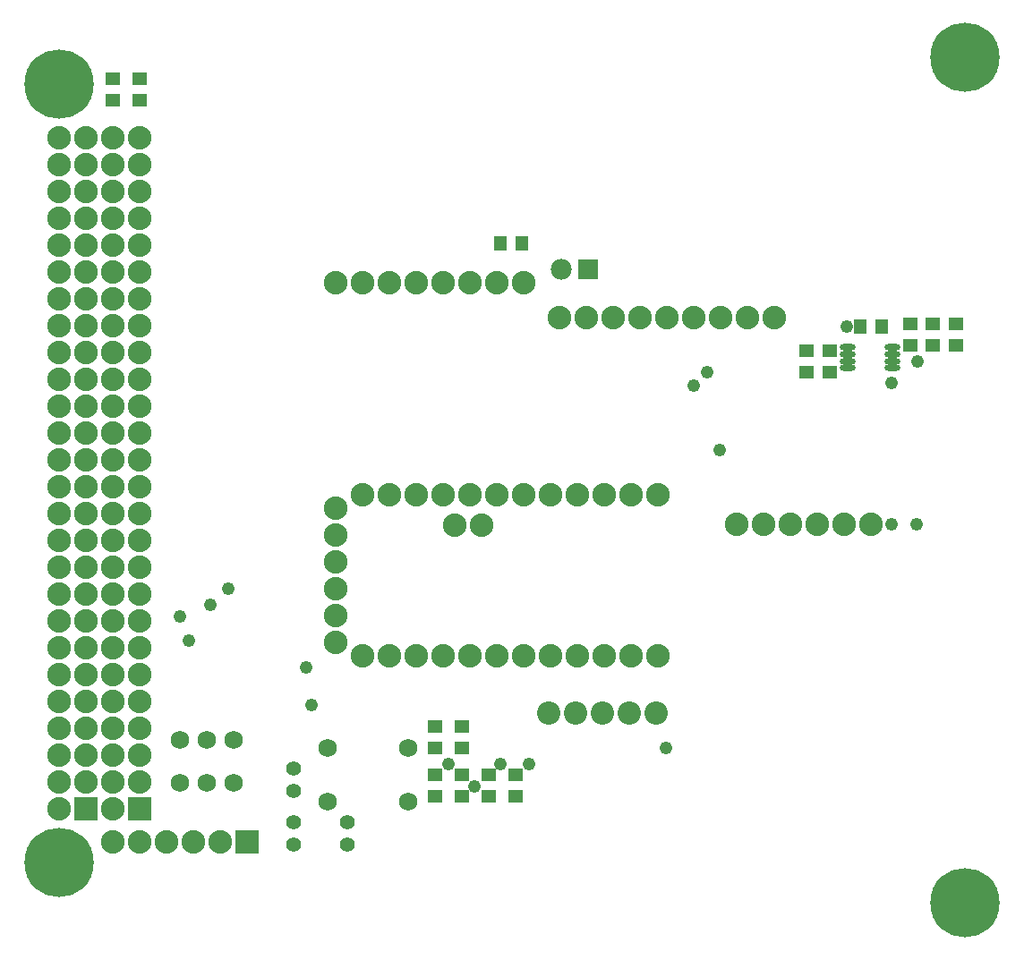
<source format=gts>
G04 Layer_Color=8388736*
%FSLAX25Y25*%
%MOIN*%
G70*
G01*
G75*
%ADD33R,0.04800X0.05800*%
%ADD34R,0.05800X0.04800*%
%ADD35O,0.05918X0.02375*%
%ADD36R,0.07800X0.07800*%
%ADD37C,0.07800*%
%ADD38C,0.08800*%
%ADD39C,0.08674*%
%ADD40C,0.05524*%
%ADD41C,0.06800*%
%ADD42R,0.08800X0.08800*%
%ADD43R,0.08800X0.08800*%
%ADD44C,0.04800*%
%ADD45C,0.25800*%
D33*
X-59000Y234500D02*
D03*
X-51000D02*
D03*
X-193000Y265500D02*
D03*
X-185000D02*
D03*
D34*
X-79000Y225500D02*
D03*
Y217500D02*
D03*
X-70500Y225500D02*
D03*
Y217500D02*
D03*
X-40500Y227500D02*
D03*
Y235500D02*
D03*
X-207500Y59500D02*
D03*
Y67500D02*
D03*
X-197500Y59500D02*
D03*
Y67500D02*
D03*
X-187500Y59500D02*
D03*
Y67500D02*
D03*
X-217500Y59500D02*
D03*
Y67500D02*
D03*
X-207500Y77500D02*
D03*
Y85500D02*
D03*
X-32000Y235500D02*
D03*
Y227500D02*
D03*
X-217500Y77500D02*
D03*
Y85500D02*
D03*
X-337500Y327000D02*
D03*
Y319000D02*
D03*
X-327500Y327000D02*
D03*
Y319000D02*
D03*
X-23500Y235500D02*
D03*
Y227500D02*
D03*
D35*
X-47232Y219161D02*
D03*
Y221721D02*
D03*
Y224279D02*
D03*
Y226839D02*
D03*
X-63768Y219161D02*
D03*
Y221721D02*
D03*
Y224279D02*
D03*
Y226839D02*
D03*
D36*
X-160500Y256000D02*
D03*
D37*
X-170500Y256000D02*
D03*
D38*
X-121000Y238000D02*
D03*
X-111000D02*
D03*
X-171000D02*
D03*
X-161000D02*
D03*
X-91000D02*
D03*
X-101000D02*
D03*
X-151000D02*
D03*
X-141000D02*
D03*
X-131000D02*
D03*
X-65000Y161000D02*
D03*
X-55000D02*
D03*
X-75000D02*
D03*
X-85000D02*
D03*
X-95000D02*
D03*
X-105000D02*
D03*
X-164500Y172000D02*
D03*
X-154500D02*
D03*
X-174500D02*
D03*
X-134500D02*
D03*
X-144500D02*
D03*
X-194500D02*
D03*
X-184500D02*
D03*
X-204500D02*
D03*
X-200000Y160500D02*
D03*
X-210000D02*
D03*
X-134500Y112000D02*
D03*
X-144500D02*
D03*
X-154500D02*
D03*
X-164500D02*
D03*
X-194500D02*
D03*
X-204500D02*
D03*
X-174500D02*
D03*
X-184500D02*
D03*
X-234500Y172000D02*
D03*
X-214500D02*
D03*
X-224500D02*
D03*
X-244500D02*
D03*
X-254500Y167000D02*
D03*
Y147000D02*
D03*
Y157000D02*
D03*
X-234500Y112000D02*
D03*
X-224500D02*
D03*
X-244500D02*
D03*
X-214500D02*
D03*
X-254500Y137000D02*
D03*
Y117000D02*
D03*
Y127000D02*
D03*
X-194500Y251000D02*
D03*
X-184500D02*
D03*
X-224500D02*
D03*
X-204500D02*
D03*
X-214500D02*
D03*
X-234500D02*
D03*
X-244500D02*
D03*
X-254500D02*
D03*
X-307500Y42500D02*
D03*
X-297500D02*
D03*
X-317500D02*
D03*
X-327500D02*
D03*
X-337500D02*
D03*
Y55000D02*
D03*
X-327500Y65000D02*
D03*
X-337500D02*
D03*
X-327500Y75000D02*
D03*
X-337500D02*
D03*
X-327500Y85000D02*
D03*
X-337500D02*
D03*
X-327500Y95000D02*
D03*
X-337500D02*
D03*
X-327500Y105000D02*
D03*
X-337500D02*
D03*
X-327500Y115000D02*
D03*
X-337500D02*
D03*
X-327500Y125000D02*
D03*
X-337500D02*
D03*
X-327500Y135000D02*
D03*
X-337500D02*
D03*
X-327500Y145000D02*
D03*
X-337500D02*
D03*
X-327500Y155000D02*
D03*
X-337500D02*
D03*
X-327500Y165000D02*
D03*
X-337500D02*
D03*
X-327500Y175000D02*
D03*
X-337500D02*
D03*
X-327500Y185000D02*
D03*
X-337500D02*
D03*
X-327500Y195000D02*
D03*
X-337500D02*
D03*
X-327500Y205000D02*
D03*
X-337500D02*
D03*
X-327500Y215000D02*
D03*
X-337500D02*
D03*
X-327500Y225000D02*
D03*
X-337500D02*
D03*
X-327500Y235000D02*
D03*
X-337500D02*
D03*
X-327500Y245000D02*
D03*
X-337500D02*
D03*
X-327500Y255000D02*
D03*
X-337500D02*
D03*
X-327500Y265000D02*
D03*
X-337500D02*
D03*
X-327500Y275000D02*
D03*
X-337500D02*
D03*
X-327500Y285000D02*
D03*
X-337500D02*
D03*
X-327500Y295000D02*
D03*
X-337500D02*
D03*
Y305000D02*
D03*
X-327500D02*
D03*
X-357500Y55000D02*
D03*
X-347500Y65000D02*
D03*
X-357500D02*
D03*
X-347500Y75000D02*
D03*
X-357500D02*
D03*
X-347500Y85000D02*
D03*
X-357500D02*
D03*
X-347500Y95000D02*
D03*
X-357500D02*
D03*
X-347500Y105000D02*
D03*
X-357500D02*
D03*
X-347500Y115000D02*
D03*
X-357500D02*
D03*
X-347500Y125000D02*
D03*
X-357500D02*
D03*
X-347500Y135000D02*
D03*
X-357500D02*
D03*
X-347500Y145000D02*
D03*
X-357500D02*
D03*
X-347500Y155000D02*
D03*
X-357500D02*
D03*
X-347500Y165000D02*
D03*
X-357500D02*
D03*
X-347500Y175000D02*
D03*
X-357500D02*
D03*
X-347500Y185000D02*
D03*
X-357500D02*
D03*
X-347500Y195000D02*
D03*
X-357500D02*
D03*
X-347500Y205000D02*
D03*
X-357500D02*
D03*
X-347500Y215000D02*
D03*
X-357500D02*
D03*
X-347500Y225000D02*
D03*
X-357500D02*
D03*
X-347500Y235000D02*
D03*
X-357500D02*
D03*
X-347500Y245000D02*
D03*
X-357500D02*
D03*
X-347500Y255000D02*
D03*
X-357500D02*
D03*
X-347500Y265000D02*
D03*
X-357500D02*
D03*
X-347500Y275000D02*
D03*
X-357500D02*
D03*
X-347500Y285000D02*
D03*
X-357500D02*
D03*
X-347500Y295000D02*
D03*
X-357500D02*
D03*
Y305000D02*
D03*
X-347500D02*
D03*
D39*
X-175000Y90500D02*
D03*
X-165000D02*
D03*
X-155000D02*
D03*
X-145000D02*
D03*
X-135000D02*
D03*
D40*
X-270000Y70000D02*
D03*
Y61732D02*
D03*
X-250000Y50000D02*
D03*
Y41732D02*
D03*
X-270000Y50000D02*
D03*
Y41732D02*
D03*
D41*
X-227500Y77500D02*
D03*
Y57500D02*
D03*
X-257500Y77500D02*
D03*
Y57500D02*
D03*
X-292500Y64700D02*
D03*
X-302500D02*
D03*
X-312500D02*
D03*
X-292500Y80500D02*
D03*
X-302500D02*
D03*
X-312500D02*
D03*
D42*
X-287500Y42500D02*
D03*
D43*
X-327500Y55000D02*
D03*
X-347500D02*
D03*
D44*
X-20000Y344500D02*
D03*
Y325500D02*
D03*
X-28000Y340000D02*
D03*
Y330000D02*
D03*
X-12000Y340000D02*
D03*
Y330000D02*
D03*
X-357500Y334500D02*
D03*
Y315500D02*
D03*
X-365500Y330000D02*
D03*
Y320000D02*
D03*
X-349500Y330000D02*
D03*
Y320000D02*
D03*
X-20000Y29500D02*
D03*
Y10500D02*
D03*
X-28000Y25000D02*
D03*
Y15000D02*
D03*
X-12000Y25000D02*
D03*
Y15000D02*
D03*
X-349500Y30000D02*
D03*
Y40000D02*
D03*
X-365500Y30000D02*
D03*
Y40000D02*
D03*
X-357500Y25500D02*
D03*
Y44500D02*
D03*
X-111500Y188500D02*
D03*
X-38000Y161000D02*
D03*
X-47361Y160861D02*
D03*
X-121000Y212500D02*
D03*
X-116000Y217500D02*
D03*
X-64000Y234500D02*
D03*
X-309000Y117500D02*
D03*
X-312500Y126500D02*
D03*
X-212500Y71500D02*
D03*
X-294500Y137000D02*
D03*
X-301000Y131000D02*
D03*
X-265500Y107500D02*
D03*
X-263500Y93700D02*
D03*
X-182500Y71500D02*
D03*
X-193000D02*
D03*
X-202899Y63359D02*
D03*
X-37780Y221721D02*
D03*
X-47500Y213500D02*
D03*
X-131500Y77500D02*
D03*
D45*
X-357500Y35000D02*
D03*
Y325000D02*
D03*
X-20000Y335000D02*
D03*
Y20000D02*
D03*
M02*

</source>
